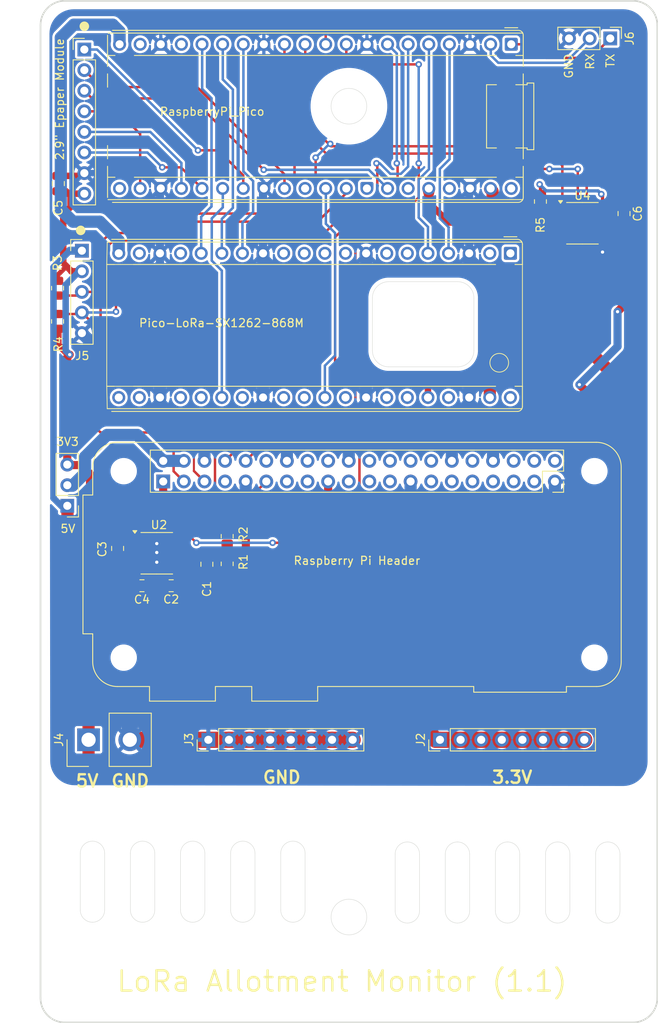
<source format=kicad_pcb>
(kicad_pcb (version 20241229) (generator "pcbnew") (generator_version "9.0")
  (layers (0 "F.Cu" signal) (2 "B.Cu" signal) (13 "F.Paste" user) (15 "B.Paste" user) (5 "F.SilkS" user "F.Silkscreen") (7 "B.SilkS" user "B.Silkscreen") (1 "F.Mask" user) (3 "B.Mask" user) (25 "Edge.Cuts" user))
  (net 0 "")
  (net 2 "Net-(A1-GPIO2)")
  (net 3 "Net-(A1-GPIO26_ADC0)")
  (net 4 "GND")
  (net 5 "/UART0_RXD")
  (net 7 "Net-(A1-GPIO15)")
  (net 10 "GPIO17")
  (net 11 "Net-(A1-GPIO12)")
  (net 12 "/PWR_EN")
  (net 13 "Net-(A1-GPIO18)")
  (net 15 "Net-(A1-GPIO3)")
  (net 16 "Net-(A1-GPIO22)")
  (net 17 "Net-(A1-GPIO10)")
  (net 18 "/TEMP_ALERT")
  (net 19 "Net-(A1-GPIO19)")
  (net 20 "/UART1_TXD")
  (net 21 "/UART0_TXD")
  (net 22 "/I2C_SCL")
  (net 24 "Net-(A1-GPIO17)")
  (net 25 "/I2C_SDA")
  (net 26 "Net-(A1-GPIO11)")
  (net 27 "/UART1_RXD")
  (net 28 "5V")
  (net 30 "Net-(A1-GPIO28_ADC2)")
  (net 31 "LORA3V3")
  (net 33 "Net-(A1-GPIO21)")
  (net 34 "Net-(A1-GPIO20)")
  (net 35 "3V3")
  (net 36 "Net-(U2-ADJ)")
  (net 37 "Net-(U2-BYPASS)")
  (net 45 "Net-(JP1-C)")
  (footprint "Connector_PinHeader_2.54mm:PinHeader_1x03_P2.54mm_Vertical" (layer "F.Cu") (at 150.5 40.5 -90)
    (property "Reference" "J6")
    (property "Value" "UART")
  )
  (footprint "Capacitor_SMD:C_0805_2012Metric" (layer "F.Cu") (at 100.8 105.35 90)
    (property "Reference" "C1")
    (property "Value" "1µF")
  )
  (footprint "Resistor_SMD:R_0805_2012Metric" (layer "F.Cu") (at 141.9 60.6125 -90)
    (property "Reference" "R5")
    (property "Value" "10K")
  )
  (footprint "Module:RaspberryPi_Pico_Common_THT" (layer "F.Cu") (at 138.3 41.22 -90)
    (property "Reference" "A1" (hide yes))
    (property "Value" "RaspberryPi_Pico")
  )
  (footprint "Connector_Samtec_HPM_THT:Samtec_HPM-02-01-x-S_Straight_1x02_Pitch5.08mm" (layer "F.Cu") (at 86.22 127 90)
    (property "Reference" "J4")
    (property "Value" "POWER_IN")
  )
  (footprint "Resistor_SMD:R_0805_2012Metric" (layer "F.Cu") (at 82.4 71.3 -90)
    (property "Reference" "R3")
    (property "Value" "10K")
  )
  (footprint "Capacitor_SMD:C_0805_2012Metric" (layer "F.Cu") (at 92.8 108)
    (property "Reference" "C4")
    (property "Value" "10µF")
  )
  (footprint "Module:Raspberry_Pi_Zero_Socketed_THT" (layer "F.Cu") (at 143.42 95.14 -90)
    (property "Reference" "J1" (hide yes))
    (property "Value" "Raspberry Pi Header")
  )
  (footprint "Connector_PinHeader_2.54mm:PinHeader_1x03_P2.54mm_Vertical" (layer "F.Cu") (at 83.6 98.14 180)
    (property "Reference" "JP1" (hide yes))
    (property "Value" "SolderJumper_3_Open")
  )
  (footprint "Package_SO:SOIC-8_3.9x4.9mm_P1.27mm" (layer "F.Cu") (at 147.075 63.295)
    (property "Reference" "U4")
    (property "Value" "MCP9803")
  )
  (footprint "Connector_PinHeader_2.54mm:PinHeader_1x08_P2.54mm_Vertical" (layer "F.Cu") (at 129.52 127 90)
    (property "Reference" "J2")
    (property "Value" "Screw_Terminal_3V3")
  )
  (footprint "Connector_PinHeader_2.54mm:PinHeader_1x08_P2.54mm_Vertical" (layer "F.Cu") (at 100.98 127 90)
    (property "Reference" "J3")
    (property "Value" "Screw_Terminal_GND")
  )
  (footprint "Capacitor_SMD:C_0805_2012Metric" (layer "F.Cu") (at 96.4 108 180)
    (property "Reference" "C2")
    (property "Value" "10µF")
  )
  (footprint "Connector_PinHeader_2.54mm:PinHeader_1x08_P2.54mm_Vertical" (layer "F.Cu") (at 85.7 41.87)
    (property "Reference" "U3" (hide yes))
    (property "Value" "2.9\" Epaper Module")
  )
  (footprint "Package_SO:SOIC-8-1EP_3.9x4.9mm_P1.27mm_EP2.41x3.81mm" (layer "F.Cu") (at 94.625 103.995)
    (property "Reference" "U2")
    (property "Value" "LP3878-ADJ")
  )
  (footprint "RF_Module:Pico-LoRa-SX1262-868M" (layer "F.Cu") (at 138.2 67 -90)
    (property "Reference" "U1" (hide yes))
    (property "Value" "Pico-LoRa-SX1262-868M")
    (fp_line (start 12 17) (end 5.5 17) (stroke (width 0.05)) (layer "Edge.Cuts"))
    (fp_line (start 3.5 15) (end 3.5 6.5) (stroke (width 0.05)) (layer "Edge.Cuts"))
    (fp_line (start 14 6.5) (end 14 15) (stroke (width 0.05)) (layer "Edge.Cuts"))
    (fp_line (start 5.5 4.5) (end 12 4.5) (stroke (width 0.05)) (layer "Edge.Cuts"))
    (fp_arc (start 5.5 17) (mid 4.085786 16.414214) (end 3.5 15) (stroke (width 0.05)) (layer "Edge.Cuts"))
    (fp_arc (start 14 15) (mid 13.414214 16.414214) (end 12 17) (stroke (width 0.05)) (layer "Edge.Cuts"))
    (fp_arc (start 3.5 6.5) (mid 4.085786 5.085786) (end 5.5 4.5) (stroke (width 0.05)) (layer "Edge.Cuts"))
    (fp_arc (start 12 4.5) (mid 13.414214 5.085786) (end 14 6.5) (stroke (width 0.05)) (layer "Edge.Cuts"))
  )
  (footprint "Resistor_SMD:R_0805_2012Metric" (layer "F.Cu") (at 82.4 75.4 90)
    (property "Reference" "R4")
    (property "Value" "10K")
  )
  (footprint "Capacitor_SMD:C_0805_2012Metric" (layer "F.Cu") (at 89.8 103.4 -90)
    (property "Reference" "C3")
    (property "Value" "10nF")
  )
  (footprint "Resistor_SMD:R_0805_2012Metric" (layer "F.Cu") (at 103.3 101.9 90)
    (property "Reference" "R2")
    (property "Value" "1K")
  )
  (footprint "Capacitor_SMD:C_0805_2012Metric" (layer "F.Cu") (at 152.2 62.1 -90)
    (property "Reference" "C6")
    (property "Value" "10nF")
  )
  (footprint "Resistor_SMD:R_0805_2012Metric" (layer "F.Cu") (at 103.3 105.3 90)
    (property "Reference" "R1")
    (property "Value" "2K3")
  )
  (footprint "Connector_PinHeader_2.54mm:PinHeader_1x05_P2.54mm_Vertical" (layer "F.Cu") (at 85.4 66.68)
    (property "Reference" "J5")
    (property "Value" "I2C Bus")
  )
  (footprint "Capacitor_SMD:C_0805_2012Metric" (layer "F.Cu") (at 82.5 58.4 90)
    (property "Reference" "C5")
    (property "Value" "100nF")
  )
  (gr_circle (center 136.825 80.5) (end 137.775 81.15) (stroke (width 0.1)) (fill no) (layer "F.SilkS"))
  (gr_circle (center 85.7 39) (end 86.2 39.2) (stroke (width 0.1)) (fill yes) (layer "F.SilkS"))
  (gr_circle (center 85.25 64.175) (end 85.75 64.375) (stroke (width 0.1)) (fill yes) (layer "F.SilkS"))
  (gr_arc (start 156.3 158.86) (mid 155.42132 160.98132) (end 153.3 161.86) (stroke (width 0.2)) (layer "Edge.Cuts"))
  (gr_arc (start 144.025 139.6) (mid 145.08566 140.03934) (end 145.525 141.1) (stroke (width 0.05)) (layer "Edge.Cuts"))
  (gr_arc (start 144.025 149.6) (mid 142.96434 149.16066) (end 142.525 148.1) (stroke (width 0.05)) (layer "Edge.Cuts"))
  (gr_line (start 127 141.1) (end 127 148.1) (stroke (width 0.05)) (layer "Edge.Cuts"))
  (gr_arc (start 97.55 141) (mid 97.98934 139.93934) (end 99.05 139.5) (stroke (width 0.05)) (layer "Edge.Cuts"))
  (gr_line (start 109.9 148) (end 109.9 141) (stroke (width 0.05)) (layer "Edge.Cuts"))
  (gr_arc (start 91.375 141) (mid 91.81434 139.93934) (end 92.875 139.5) (stroke (width 0.05)) (layer "Edge.Cuts"))
  (gr_arc (start 151.7 148.1) (mid 151.26066 149.16066) (end 150.2 149.6) (stroke (width 0.05)) (layer "Edge.Cuts"))
  (gr_line (start 106.725 141) (end 106.725 148) (stroke (width 0.05)) (layer "Edge.Cuts"))
  (gr_arc (start 127 148.1) (mid 126.56066 149.16066) (end 125.5 149.6) (stroke (width 0.05)) (layer "Edge.Cuts"))
  (gr_arc (start 112.9 148) (mid 112.46066 149.06066) (end 111.4 149.5) (stroke (width 0.05)) (layer "Edge.Cuts"))
  (gr_arc (start 92.875 139.5) (mid 93.93566 139.93934) (end 94.375 141) (stroke (width 0.05)) (layer "Edge.Cuts"))
  (gr_line (start 97.55 148) (end 97.55 141) (stroke (width 0.05)) (layer "Edge.Cuts"))
  (gr_arc (start 125.5 149.6) (mid 124.43934 149.16066) (end 124 148.1) (stroke (width 0.05)) (layer "Edge.Cuts"))
  (gr_arc (start 111.4 139.5) (mid 112.46066 139.93934) (end 112.9 141) (stroke (width 0.05)) (layer "Edge.Cuts"))
  (gr_arc (start 111.4 149.5) (mid 110.33934 149.06066) (end 109.9 148) (stroke (width 0.05)) (layer "Edge.Cuts"))
  (gr_arc (start 103.725 141) (mid 104.16434 139.93934) (end 105.225 139.5) (stroke (width 0.05)) (layer "Edge.Cuts"))
  (gr_arc (start 105.225 149.5) (mid 104.16434 149.06066) (end 103.725 148) (stroke (width 0.05)) (layer "Edge.Cuts"))
  (gr_line (start 85.2 148) (end 85.2 141) (stroke (width 0.05)) (layer "Edge.Cuts"))
  (gr_line (start 91.375 148) (end 91.375 141) (stroke (width 0.05)) (layer "Edge.Cuts"))
  (gr_arc (start 137.85 149.6) (mid 136.78934 149.16066) (end 136.35 148.1) (stroke (width 0.05)) (layer "Edge.Cuts"))
  (gr_arc (start 153.3 35.86) (mid 155.42132 36.73868) (end 156.3 38.86) (stroke (width 0.2)) (layer "Edge.Cuts"))
  (gr_line (start 80.3 158.86) (end 80.3 38.86) (stroke (width 0.2)) (layer "Edge.Cuts"))
  (gr_arc (start 109.9 141) (mid 110.33934 139.93934) (end 111.4 139.5) (stroke (width 0.05)) (layer "Edge.Cuts"))
  (gr_arc (start 86.7 139.5) (mid 87.76066 139.93934) (end 88.2 141) (stroke (width 0.05)) (layer "Edge.Cuts"))
  (gr_arc (start 100.55 148) (mid 100.11066 149.06066) (end 99.05 149.5) (stroke (width 0.05)) (layer "Edge.Cuts"))
  (gr_arc (start 145.525 148.1) (mid 145.08566 149.16066) (end 144.025 149.6) (stroke (width 0.05)) (layer "Edge.Cuts"))
  (gr_arc (start 131.675 149.6) (mid 130.61434 149.16066) (end 130.175 148.1) (stroke (width 0.05)) (layer "Edge.Cuts"))
  (gr_line (start 136.35 148.1) (end 136.35 141.1) (stroke (width 0.05)) (layer "Edge.Cuts"))
  (gr_arc (start 150.2 149.6) (mid 149.13934 149.16066) (end 148.7 148.1) (stroke (width 0.05)) (layer "Edge.Cuts"))
  (gr_line (start 142.525 148.1) (end 142.525 141.1) (stroke (width 0.05)) (layer "Edge.Cuts"))
  (gr_arc (start 83.3 161.86) (mid 81.17868 160.98132) (end 80.3 158.86) (stroke (width 0.2)) (layer "Edge.Cuts"))
  (gr_arc (start 94.375 148) (mid 93.93566 149.06066) (end 92.875 149.5) (stroke (width 0.05)) (layer "Edge.Cuts"))
  (gr_arc (start 130.175 141.1) (mid 130.61434 140.03934) (end 131.675 139.6) (stroke (width 0.05)) (layer "Edge.Cuts"))
  (gr_line (start 103.725 148) (end 103.725 141) (stroke (width 0.05)) (layer "Edge.Cuts"))
  (gr_line (start 133.175 141.1) (end 133.175 148.1) (stroke (width 0.05)) (layer "Edge.Cuts"))
  (gr_arc (start 105.225 139.5) (mid 106.28566 139.93934) (end 106.725 141) (stroke (width 0.05)) (layer "Edge.Cuts"))
  (gr_arc (start 133.175 148.1) (mid 132.73566 149.16066) (end 131.675 149.6) (stroke (width 0.05)) (layer "Edge.Cuts"))
  (gr_line (start 83.3 35.86) (end 153.3 35.86) (stroke (width 0.2)) (layer "Edge.Cuts"))
  (gr_line (start 100.55 141) (end 100.55 148) (stroke (width 0.05)) (layer "Edge.Cuts"))
  (gr_arc (start 125.5 139.6) (mid 126.56066 140.03934) (end 127 141.1) (stroke (width 0.05)) (layer "Edge.Cuts"))
  (gr_arc (start 124 141.1) (mid 124.43934 140.03934) (end 125.5 139.6) (stroke (width 0.05)) (layer "Edge.Cuts"))
  (gr_arc (start 88.2 148) (mid 87.76066 149.06066) (end 86.7 149.5) (stroke (width 0.05)) (layer "Edge.Cuts"))
  (gr_arc (start 136.35 141.1) (mid 136.78934 140.03934) (end 137.85 139.6) (stroke (width 0.05)) (layer "Edge.Cuts"))
  (gr_circle (center 118.3 148.86) (end 120.5 148.86) (stroke (width 0.05)) (fill no) (layer "Edge.Cuts"))
  (gr_arc (start 139.35 148.1) (mid 138.91066 149.16066) (end 137.85 149.6) (stroke (width 0.05)) (layer "Edge.Cuts"))
  (gr_arc (start 137.85 139.6) (mid 138.91066 140.03934) (end 139.35 141.1) (stroke (width 0.05)) (layer "Edge.Cuts"))
  (gr_line (start 124 148.1) (end 124 141.1) (stroke (width 0.05)) (layer "Edge.Cuts"))
  (gr_line (start 130.175 148.1) (end 130.175 141.1) (stroke (width 0.05)) (layer "Edge.Cuts"))
  (gr_line (start 153.3 161.86) (end 83.3 161.86) (stroke (width 0.2)) (layer "Edge.Cuts"))
  (gr_line (start 145.525 141.1) (end 145.525 148.1) (stroke (width 0.05)) (layer "Edge.Cuts"))
  (gr_line (start 151.7 141.1) (end 151.7 148.1) (stroke (width 0.05)) (layer "Edge.Cuts"))
  (gr_arc (start 142.525 141.1) (mid 142.96434 140.03934) (end 144.025 139.6) (stroke (width 0.05)) (layer "Edge.Cuts"))
  (gr_line (start 88.2 141) (end 88.2 148) (stroke (width 0.05)) (layer "Edge.Cuts"))
  (gr_arc (start 106.725 148) (mid 106.28566 149.06066) (end 105.225 149.5) (stroke (width 0.05)) (layer "Edge.Cuts"))
  (gr_arc (start 86.7 149.5) (mid 85.63934 149.06066) (end 85.2 148) (stroke (width 0.05)) (layer "Edge.Cuts"))
  (gr_arc (start 99.05 149.5) (mid 97.98934 149.06066) (end 97.55 148) (stroke (width 0.05)) (layer "Edge.Cuts"))
  (gr_line (start 139.35 141.1) (end 139.35 148.1) (stroke (width 0.05)) (layer "Edge.Cuts"))
  (gr_line (start 112.9 141) (end 112.9 148) (stroke (width 0.05)) (layer "Edge.Cuts"))
  (gr_arc (start 92.875 149.5) (mid 91.81434 149.06066) (end 91.375 148) (stroke (width 0.05)) (layer "Edge.Cuts"))
  (gr_arc (start 150.2 139.6) (mid 151.26066 140.03934) (end 151.7 141.1) (stroke (width 0.05)) (layer "Edge.Cuts"))
  (gr_line (start 156.3 38.86) (end 156.3 158.86) (stroke (width 0.2)) (layer "Edge.Cuts"))
  (gr_arc (start 99.05 139.5) (mid 100.11066 139.93934) (end 100.55 141) (stroke (width 0.05)) (layer "Edge.Cuts"))
  (gr_arc (start 85.2 141) (mid 85.63934 139.93934) (end 86.7 139.5) (stroke (width 0.05)) (layer "Edge.Cuts"))
  (gr_arc (start 131.675 139.6) (mid 132.73566 140.03934) (end 133.175 141.1) (stroke (width 0.05)) (layer "Edge.Cuts"))
  (gr_arc (start 148.7 141.1) (mid 149.13934 140.03934) (end 150.2 139.6) (stroke (width 0.05)) (layer "Edge.Cuts"))
  (gr_line (start 148.7 148.1) (end 148.7 141.1) (stroke (width 0.05)) (layer "Edge.Cuts"))
  (gr_circle (center 118.3 48.86) (end 120.5 48.86) (stroke (width 0.05)) (fill no) (layer "Edge.Cuts"))
  (gr_arc (start 80.3 38.86) (mid 81.17868 36.73868) (end 83.3 35.86) (stroke (width 0.2)) (layer "Edge.Cuts"))
  (gr_line (start 94.375 141) (end 94.375 148) (stroke (width 0.05)) (layer "Edge.Cuts"))
  (gr_text "TX" (at 151.1 44.2 90) (layer "F.SilkS") (effects (font (size 1 1)) (justify left bottom)))
  (gr_text "GND" (at 107.55 132.5 0) (layer "F.SilkS") (effects (font (size 1.5 1.5) (thickness 0.3) (bold yes)) (justify left bottom)))
  (gr_text "5V" (at 84.5 132.95 0) (layer "F.SilkS") (effects (font (size 1.5 1.5) (thickness 0.3) (bold yes)) (justify left bottom)))
  (gr_text "3.3V" (at 135.8 132.5 0) (layer "F.SilkS") (effects (font (size 1.5 1.5) (thickness 0.3) (bold yes)) (justify left bottom)))
  (gr_text "LoRa Allotment Monitor (1.1)" (at 117.45 158.25 0) (layer "F.SilkS") (effects (font (size 2.5 2.5) (thickness 0.3)) (justify bottom)))
  (gr_text "5V" (at 82.675 101.55 0) (layer "F.SilkS") (effects (font (size 1 1)) (justify left bottom)))
  (gr_text "RX" (at 148.6 44.425 90) (layer "F.SilkS") (effects (font (size 1 1)) (justify left bottom)))
  (gr_text "GND" (at 145.975 45.525 90) (layer "F.SilkS") (effects (font (size 1 1)) (justify left bottom)))
  (gr_text "3V3" (at 82.15 90.825 0) (layer "F.SilkS") (effects (font (size 1 1)) (justify left bottom)))
  (gr_text "GND" (at 88.875 132.95 0) (layer "F.SilkS") (effects (font (size 1.5 1.5) (thickness 0.3) (bold yes)) (justify left bottom)))
  (segment (start 130.7 41.22) (end 130.7 55.4) (width 0.3) (layer "B.Cu") (net 2))
  (segment (start 130.7 55.4) (end 129.5 56.6) (width 0.3) (layer "B.Cu") (net 2))
  (segment (start 129.5 56.6) (end 129.5 62.7) (width 0.3) (layer "B.Cu") (net 2))
  (segment (start 130.58 63.82) (end 130.58 67) (width 0.3) (layer "B.Cu") (net 2))
  (segment (start 129.5 62.7) (end 130.6 63.8) (width 0.3) (layer "B.Cu") (net 2))
  (segment (start 130.6 63.8) (end 130.58 63.82) (width 0.3) (layer "B.Cu") (net 2))
  (segment (start 115.46 59) (end 115.46 63.36) (width 0.3) (layer "B.Cu") (net 3))
  (segment (start 116.6 64.5) (end 116.6 79.6) (width 0.3) (layer "B.Cu") (net 3))
  (segment (start 115.46 63.36) (end 116.6 64.5) (width 0.3) (layer "B.Cu") (net 3))
  (segment (start 115.34 80.86) (end 115.34 84.78) (width 0.3) (layer "B.Cu") (net 3))
  (segment (start 116.6 79.6) (end 115.34 80.86) (width 0.3) (layer "B.Cu") (net 3))
  (segment (start 94.6 107.8) (end 94.6 112.5) (width 1) (layer "F.Cu") (net 4))
  (segment (start 116.22 127) (end 113.68 127) (width 2) (layer "F.Cu") (net 4))
  (segment (start 99.6 100.3) (end 94.8 100.3) (width 1) (layer "F.Cu") (net 4))
  (segment (start 94.4 108) (end 94.625 107.775) (width 1) (layer "F.Cu") (net 4))
  (segment (start 149.55 65.2) (end 149.55 66.85) (width 0.3) (layer "F.Cu") (net 4))
  (segment (start 151.5 64.8) (end 151.5 63.8) (width 0.4) (layer "F.Cu") (net 4))
  (segment (start 93.99 104.63) (end 94.625 103.995) (width 1) (layer "F.Cu") (net 4))
  (segment (start 93.75 108) (end 94.4 108) (width 1) (layer "F.Cu") (net 4))
  (segment (start 94.8 100.3) (end 94.625 100.475) (width 1) (layer "F.Cu") (net 4))
  (segment (start 82.5 57.45) (end 85.36 57.45) (width 0.8) (layer "F.Cu") (net 4))
  (segment (start 100.98 127) (end 96.1 127) (width 2) (layer "F.Cu") (net 4))
  (segment (start 106.06 127) (end 103.52 127) (width 2) (layer "F.Cu") (net 4))
  (segment (start 96.2 114.1) (end 96.2 126.9) (width 1) (layer "F.Cu") (net 4))
  (segment (start 94.625 102.8) (end 94.625 103.9) (width 1) (layer "F.Cu") (net 4))
  (segment (start 94.625 107.775) (end 94.6 107.8) (width 1) (layer "F.Cu") (net 4))
  (segment (start 118.76 127) (end 116.22 127) (width 2) (layer "F.Cu") (net 4))
  (segment (start 149.55 65.2) (end 151.1 65.2) (width 0.4) (layer "F.Cu") (net 4))
  (segment (start 151.5 63.8) (end 151.475 63.775) (width 0.4) (layer "F.Cu") (net 4))
  (segment (start 85.36 57.45) (end 85.7 57.11) (width 0.8) (layer "F.Cu") (net 4))
  (segment (start 151.32 63.93) (end 151.475 63.775) (width 0.4) (layer "F.Cu") (net 4))
  (segment (start 150.76 62.66) (end 149.55 62.66) (width 0.4) (layer "F.Cu") (net 4))
  (segment (start 151.15 63.05) (end 150.76 62.66) (width 0.4) (layer "F.Cu") (net 4))
  (segment (start 152.2 63.05) (end 151.15 63.05) (width 0.4) (layer "F.Cu") (net 4))
  (segment (start 100.2875 100.9875) (end 99.6 100.3) (width 1) (layer "F.Cu") (net 4))
  (segment (start 149.55 63.93) (end 151.32 63.93) (width 0.4) (layer "F.Cu") (net 4))
  (segment (start 94.625 105.1) (end 94.625 103.995) (width 1) (layer "F.Cu") (net 4))
  (segment (start 94.4 108) (end 95.45 108) (width 1) (layer "F.Cu") (net 4))
  (segment (start 151.1 65.2) (end 151.5 64.8) (width 0.4) (layer "F.Cu") (net 4))
  (segment (start 92.15 104.63) (end 90.08 104.63) (width 0.6) (layer "F.Cu") (net 4))
  (segment (start 94.625 103.9) (end 94.625 103.995) (width 1) (layer "F.Cu") (net 4))
  (segment (start 90.08 104.63) (end 89.8 104.35) (width 0.6) (layer "F.Cu") (net 4))
  (segment (start 149.55 66.85) (end 149.5 66.9) (width 0.3) (layer "F.Cu") (net 4))
  (segment (start 96.2 126.9) (end 96.1 127) (width 1) (layer "F.Cu") (net 4))
  (segment (start 108.6 127) (end 106.06 127) (width 2) (layer "F.Cu") (net 4))
  (segment (start 94.625 107.775) (end 94.625 105.1) (width 1) (layer "F.Cu") (net 4))
  (segment (start 103.52 127) (end 100.98 127) (width 2) (layer "F.Cu") (net 4))
  (segment (start 96.1 127) (end 91.3 127) (width 2) (layer "F.Cu") (net 4))
  (segment (start 151.475 63.775) (end 152.2 63.05) (width 0.4) (layer "F.Cu") (net 4))
  (segment (start 103.3 100.9875) (end 100.2875 100.9875) (width 1) (layer "F.Cu") (net 4))
  (segment (start 113.68 127) (end 111.14 127) (width 2) (layer "F.Cu") (net 4))
  (segment (start 111.14 127) (end 108.6 127) (width 2) (layer "F.Cu") (net 4))
  (segment (start 149.55 66.85) (end 149.45 66.85) (width 0.3) (layer "F.Cu") (net 4))
  (segment (start 144.6 65.2) (end 149.55 65.2) (width 0.3) (layer "F.Cu") (net 4))
  (segment (start 94.6 112.5) (end 96.2 114.1) (width 1) (layer "F.Cu") (net 4))
  (segment (start 94.625 100.475) (end 94.625 102.8) (width 1) (layer "F.Cu") (net 4))
  (segment (start 92.15 104.63) (end 93.99 104.63) (width 0.6) (layer "F.Cu") (net 4))
  (via (at 94.625 102.8) (size 0.8) (drill 0.4) (layers "F.Cu" "B.Cu") (net 4))
  (via (at 94.625 103.9) (size 0.8) (drill 0.4) (layers "F.Cu" "B.Cu") (net 4))
  (via (at 94.625 105.1) (size 0.8) (drill 0.4) (layers "F.Cu" "B.Cu") (net 4))
  (via (at 149.55 66.85) (size 0.8) (drill 0.4) (layers "F.Cu" "B.Cu") (net 4))
  (segment (start 95.02 84.78) (end 95.02 82.32) (width 1.5) (layer "B.Cu") (net 4))
  (segment (start 92.5 79.8) (end 91.6 79.8) (width 1.5) (layer "B.Cu") (net 4))
  (segment (start 150.9 98.4) (end 153.4 95.9) (width 1.5) (layer "B.Cu") (net 4))
  (segment (start 136.3 89.7) (end 135.5 89.7) (width 1.5) (layer "B.Cu") (net 4))
  (segment (start 107.82 41.22) (end 107.82 39.38) (width 0.4) (layer "B.Cu") (net 4))
  (segment (start 105.58 96.88) (end 107.1 98.4) (width 1.5) (layer "B.Cu") (net 4))
  (segment (start 120.4 82.7) (end 119 81.3) (width 1.5) (layer "B.Cu") (net 4))
  (segment (start 143.7 98.4) (end 150.9 98.4) (width 1.5) (layer "B.Cu") (net 4))
  (segment (start 106.5 44.8) (end 106.5 56.875) (width 0.4) (layer "B.Cu") (net 4))
  (segment (start 133.12 89.02) (end 133.2 89.1) (width 1.5) (layer "B.Cu") (net 4))
  (segment (start 119 81.3) (end 119 69.9) (width 1.5) (layer "B.Cu") (net 4))
  (segment (start 139.5 75) (end 135.3 75) (width 0.3) (layer "B.Cu") (net 4))
  (segment (start 99.1 89.7) (end 109.8 89.7) (width 1.5) (layer "B.Cu") (net 4))
  (segment (start 110.7 71) (end 107.72 68.02) (width 1.5) (layer "B.Cu") (net 4))
  (segment (start 118.28 92.6) (end 118.28 89.7) (width 1.5) (layer "B.Cu") (net 4))
  (segment (start 107.72 68.02) (end 107.72 67) (width 1.5) (layer "B.Cu") (net 4))
  (segment (start 149.55 66.85) (end 147.65 66.85) (width 0.3) (layer "B.Cu") (net 4))
  (segment (start 135.3 70.2) (end 133.1 68) (width 1.5) (layer "B.Cu") (net 4))
  (segment (start 95.02 59.12) (end 95.14 59) (width 1) (layer "B.Cu") (net 4))
  (segment (start 153.4 95.9) (end 153.4 92.2) (width 1.5) (layer "B.Cu") (net 4))
  (segment (start 135.3 75) (end 135.3 70.2) (width 1.5) (layer "B.Cu") (net 4))
  (segment (start 133.12 84.78) (end 133.12 89.02) (width 1.5) (layer "B.Cu") (net 4))
  (segment (start 125.8 98.4) (end 143.7 98.4) (width 1.5) (layer "B.Cu") (net 4))
  (segment (start 133.12 59.12) (end 133.24 59) (width 1) (layer "B.Cu") (net 4))
  (segment (start 107.72 84.78) (end 107.72 82.98) (width 1.5) (layer "B.Cu") (net 4))
  (segment (start 136.06 89.94) (end 136.3 89.7) (width 1.5) (layer "B.Cu") (net 4))
  (segment (start 107.82 43.48) (end 106.5 44.8) (width 0.4) (layer "B.Cu") (net 4))
  (segment (start 90.5 98.4) (end 109 98.4) (width 2) (layer "B.Cu") (net 4))
  (segment (start 85.5 103.4) (end 90.5 98.4) (width 2) (layer "B.Cu") (net 4))
  (segment (start 95.02 61.85) (end 95.02 59.12) (width 1) (layer "B.Cu") (net 4))
  (segment (start 135.5 89.7) (end 132.6 89.7) (width 1.5) (layer "B.Cu") (net 4))
  (segment (start 100.5 92.6) (end 100.5 91.1) (width 1.5) (layer "B.Cu") (net 4))
  (segment (start 107.1 98.4) (end 109 98.4) (width 1.5) (layer "B.Cu") (net 4))
  (segment (start 109.8 89.7) (end 107.72 89.7) (width 1.5) (layer "B.Cu") (net 4))
  (segment (start 121 89.7) (end 120.4 89.1) (width 1.5) (layer "B.Cu") (net 4))
  (segment (start 150.9 89.7) (end 136.3 89.7) (width 1.5) (layer "B.Cu") (net 4))
  (segment (start 136.06 92.6) (end 136.06 89.94) (width 1.5) (layer "B.Cu") (net 4))
  (segment (start 95.12 41.22) (end 95.12 39.78) (width 0.4) (layer "B.Cu") (net 4))
  (segment (start 109.8 89.7) (end 110 89.9) (width 1.5) (layer "B.Cu") (net 4))
  (segment (start 85.7 57.11) (end 87.31 57.11) (width 0.8) (layer "B.Cu") (net 4))
  (segment (start 91.6 79.8) (end 88.36 79.8) (width 1.5) (layer "B.Cu") (net 4))
  (segment (start 120.52 41.22) (end 120.52 39.32) (width 0.4) (layer "B.Cu") (net 4))
  (segment (start 120.42 68.48) (end 120.42 67) (width 1.5) (layer "B.Cu") (net 4))
  (segment (start 110.2 89.7) (end 110 89.9) (width 1.5) (layer "B.Cu") (net 4))
  (segment (start 95.02 67) (end 95.02 61.85) (width 1) (layer "B.Cu") (net 4))
  (segment (start 144.22 39.3) (end 145.42 40.5) (width 0.4) (layer "B.Cu") (net 4))
  (segment (start 143.68 98.38) (end 143.7 98.4) (width 1.5) (layer "B.Cu") (net 4))
  (segment (start 130.98 89.7) (end 121 89.7) (width 1.5) (layer "B.Cu") (net 4))
  (segment (start 120.42 84.78) (end 120.42 89.08) (width 1.5) (layer "B.Cu") (net 4))
  (segment (start 118.28 89.7) (end 117.7 89.7) (width 1.5) (layer "B.Cu") (net 4))
  (segment (start 109 98.4) (end 125.8 98.4) (width 1.5) (layer "B.Cu") (net 4))
  (segment (start 106.5 56.875) (end 107.82 58.195) (width 0.4) (layer "B.Cu") (net 4))
  (segment (start 91.3 125.1) (end 85.5 119.3) (width 2) (layer "B.Cu") (net 4))
  (segment (start 89.775 61.85) (end 95.02 61.85) (width 0.8) (layer "B.Cu") (net 4))
  (segment (start 133.2 39.3) (end 144.22 39.3) (width 0.4) (layer "B.Cu") (net 4))
  (segment (start 133.2 89.1) (end 132.6 89.7) (width 1.5) (layer "B.Cu") (net 4))
  (segment (start 117.7 89.7) (end 110.2 89.7) (width 1.5) (layer "B.Cu") (net 4))
  (segment (start 133.12 83.68) (end 135.3 81.5) (width 1.5) (layer "B.Cu") (net 4))
  (segment (start 110.7 80) (end 110.7 71) (width 1.5) (layer "B.Cu") (net 4))
  (segment (start 87.9 59.975) (end 89.775 61.85) (width 0.8) (layer "B.Cu") (net 4))
  (segment (start 95.02 82.32) (end 92.5 79.8) (width 1.5) (layer "B.Cu") (net 4))
  (segment (start 120.42 89.08) (end 120.4 89.1) (width 1.5) (layer "B.Cu") (net 4))
  (segment (start 95.6 39.3) (end 107.9 39.3) (width 0.4) (layer "B.Cu") (net 4))
  (segment (start 99.1 89.7) (end 97.3 87.9) (width 1.5) (layer "B.Cu") (net 4))
  (segment (start 120.4 84.76) (end 120.4 82.7) (width 1.5) (layer "B.Cu") (net 4))
  (segment (start 91.3 127) (end 91.3 125.1) (width 2) (layer "B.Cu") (net 4))
  (segment (start 121 89.7) (end 117.7 89.7) (width 1.5) (layer "B.Cu") (net 4))
  (segment (start 125.9 98.3) (end 125.8 98.4) (width 1.5) (layer "B.Cu") (net 4))
  (segment (start 85.5 119.3) (end 85.5 103.4) (width 2) (layer "B.Cu") (net 4))
  (segment (start 110.66 92.6) (end 110.66 90.56) (width 1.5) (layer "B.Cu") (net 4))
  (segment (start 133.22 39.32) (end 133.2 39.3) (width 0.4) (layer "B.Cu") (net 4))
  (segment (start 87.31 57.11) (end 87.9 57.7) (width 0.8) (layer "B.Cu") (net 4))
  (segment (start 95.02 68.28) (end 91.6 71.7) (width 1) (layer "B.Cu") (net 4))
  (segment (start 143.68 95.14) (end 143.68 98.38) (width 1.5) (layer "B.Cu") (net 4))
  (segment (start 132.6 89.7) (end 130.98 89.7) (width 1.5) (layer "B.Cu") (net 4))
  (segment (start 107.9 39.3) (end 120.5 39.3) (width 0.4) (layer "B.Cu") (net 4))
  (segment (start 125.9 95.14) (end 125.9 98.3) (width 1.5) (layer "B.Cu") (net 4))
  (segment (start 133.12 67.98) (end 133.12 67) (width 1.5) (layer "B.Cu") (net 4))
  (segment (start 119 69.9) (end 120.42 68.48) (width 1.5) (layer "B.Cu") (net 4))
  (segment (start 95.12 39.78) (end 95.6 39.3) (width 0.4) (layer "B.Cu") (net 4))
  (segment (start 107.72 67) (end 107.72 59.12) (width 1) (layer "B.Cu") (net 4))
  (segment (start 97.3 87.9) (end 96.2 87.9) (width 1.5) (layer "B.Cu") (net 4))
  (segment (start 133.1 68) (end 133.12 67.98) (width 1.5) (layer "B.Cu") (net 4))
  (segment (start 87.9 57.7) (end 87.9 59.975) (width 0.8) (layer "B.Cu") (net 4))
  (segment (start 153.4 92.2) (end 150.9 89.7) (width 1.5) (layer "B.Cu") (net 4))
  (segment (start 120.42 84.78) (end 120.4 84.76) (width 1.5) (layer "B.Cu") (net 4))
  (segment (start 110.66 90.56) (end 110 89.9) (width 1.5) (layer "B.Cu") (net 4))
  (segment (start 96.2 87.9) (end 95.02 86.72) (width 1.5) (layer "B.Cu") (net 4))
  (segment (start 130.98 89.7) (end 130.98 92.6) (width 1.5) (layer "B.Cu") (net 4))
  (segment (start 107.82 39.38) (end 107.9 39.3) (width 0.4) (layer "B.Cu") (net 4))
  (segment (start 107.72 89.7) (end 107.72 84.78) (width 1.5) (layer "B.Cu") (net 4))
  (segment (start 107.82 41.22) (end 107.82 43.48) (width 0.4) (layer "B.Cu") (net 4))
  (segment (start 91.6 71.7) (end 91.6 79.8) (width 1) (layer "B.Cu") (net 4))
  (segment (start 120.5 39.3) (end 133.2 39.3) (width 0.4) (layer "B.Cu") (net 4))
  (segment (start 107.72 59.12) (end 107.84 59) (width 1) (layer "B.Cu") (net 4))
  (segment (start 133.22 41.22) (end 133.22 39.32) (width 0.4) (layer "B.Cu") (net 4))
  (segment (start 88.36 79.8) (end 85.4 76.84) (width 1.5) (layer "B.Cu") (net 4))
  (segment (start 95.02 86.72) (end 95.02 84.78) (width 1.5) (layer "B.Cu") (net 4))
  (segment (start 135.3 81.5) (end 135.3 75) (width 1.5) (layer "B.Cu") (net 4))
  (segment (start 100.5 91.1) (end 99.1 89.7) (width 1.5) (layer "B.Cu") (net 4))
  (segment (start 95.02 67) (end 95.02 68.28) (width 1) (layer "B.Cu") (net 4))
  (segment (start 120.52 39.32) (end 120.5 39.3) (width 0.4) (layer "B.Cu") (net 4))
  (segment (start 147.65 66.85) (end 139.5 75) (width 0.3) (layer "B.Cu") (net 4))
  (segment (start 107.82 58.195) (end 107.82 59) (width 0.4) (layer "B.Cu") (net 4))
  (segment (start 133.12 67) (end 133.12 59.12) (width 1) (layer "B.Cu") (net 4))
  (segment (start 105.58 95.14) (end 105.58 96.88) (width 1.5) (layer "B.Cu") (net 4))
  (segment (start 133.12 84.78) (end 133.12 83.68) (width 1.5) (layer "B.Cu") (net 4))
  (segment (start 107.72 82.98) (end 110.7 80) (width 1.5) (layer "B.Cu") (net 4))
  (segment (start 144.96 43.5) (end 136.7 43.5) (width 0.3) (layer "B.Cu") (net 5))
  (segment (start 147.96 40.5) (end 144.96 43.5) (width 0.3) (layer "B.Cu") (net 5))
  (segment (start 135.78 42.58) (end 135.78 41.22) (width 0.3) (layer "B.Cu") (net 5))
  (segment (start 136.7 43.5) (end 135.78 42.58) (width 0.3) (layer "B.Cu") (net 5))
  (segment (start 87.6 63.1) (end 84.3 63.1) (width 1.5) (layer "B.Cu") (net 7))
  (segment (start 84.3 63.1) (end 82.8 61.6) (width 1.5) (layer "B.Cu") (net 7))
  (segment (start 90.04 39.64) (end 90.04 41.22) (width 1.5) (layer "B.Cu") (net 7))
  (segment (start 84.4 38.8) (end 89.2 38.8) (width 1.5) (layer "B.Cu") (net 7))
  (segment (start 89.94 65.44) (end 87.6 63.1) (width 1.5) (layer "B.Cu") (net 7))
  (segment (start 82.8 61.6) (end 82.8 40.4) (width 1.5) (layer "B.Cu") (net 7))
  (segment (start 89.94 67) (end 89.94 65.44) (width 1.5) (layer "B.Cu") (net 7))
  (segment (start 82.8 40.4) (end 84.4 38.8) (width 1.5) (layer "B.Cu") (net 7))
  (segment (start 89.2 38.8) (end 90.04 39.64) (width 1.5) (layer "B.Cu") (net 7))
  (segment (start 111.5 86) (end 111.5 66.049) (width 0.3) (layer "F.Cu") (net 10))
  (segment (start 102.525 96.95) (end 101.8 96.225) (width 0.3) (layer "F.Cu") (net 10))
  (segment (start 108.12 95.14) (end 106.31 96.95) (width 0.3) (layer "F.Cu") (net 10))
  (segment (start 117.98 59.569) (end 117.98 59) (width 0.3) (layer "F.Cu") (net 10))
  (segment (start 101.8 96.225) (end 101.8 91.4) (width 0.3) (layer "F.Cu") (net 10))
  (segment (start 101.8 91.4) (end 105.875 87.325) (width 0.3) (layer "F.Cu") (net 10))
  (segment (start 111.5 66.049) (end 117.98 59.569) (width 0.3) (layer "F.Cu") (net 10))
  (segment (start 106.31 96.95) (end 102.525 96.95) (width 0.3) (layer "F.Cu") (net 10))
  (segment (start 105.875 87.325) (end 110.175 87.325) (width 0.3) (layer "F.Cu") (net 10))
  (segment (start 110.175 87.325) (end 111.5 86) (width 0.3) (layer "F.Cu") (net 10))
  (segment (start 100.1 62.5) (end 101.371 61.229) (width 0.3) (layer "B.Cu") (net 11))
  (segment (start 100.22 46.68) (end 100.22 41.22) (width 0.3) (layer "B.Cu") (net 11))
  (segment (start 101.371 47.871) (end 100.2 46.7) (width 0.3) (layer "B.Cu") (net 11))
  (segment (start 100.1 67) (end 100.1 62.5) (width 0.3) (layer "B.Cu") (net 11))
  (segment (start 101.371 61.229) (end 101.371 47.871) (width 0.3) (layer "B.Cu") (net 11))
  (segment (start 100.2 46.7) (end 100.22 46.68) (width 0.3) (layer "B.Cu") (net 11))
  (segment (start 123.6 63.4) (end 126.9 60.1) (width 0.3) (layer "F.Cu") (net 12))
  (segment (start 119.1 64.3) (end 120 63.4) (width 0.3) (layer "F.Cu") (net 12))
  (segment (start 119.6 86.5) (end 119.1 86) (width 0.3) (layer "F.Cu") (net 12))
  (segment (start 114.2 102.7) (end 119.6 97.3) (width 0.3) (layer "F.Cu") (net 12))
  (segment (start 120 63.4) (end 123.6 63.4) (width 0.3) (layer "F.Cu") (net 12))
  (segment (start 97.1 102.09) (end 98.89 102.09) (width 0.3) (layer "F.Cu") (net 12))
  (segment (start 98.89 102.09) (end 99.5 102.7) (width 0.3) (layer "F.Cu") (net 12))
  (segment (start 108.9 102.7) (end 114.2 102.7) (width 0.3) (layer "F.Cu") (net 12))
  (segment (start 126.9 43.7) (end 119.3 43.7) (width 0.3) (layer "F.Cu") (net 12))
  (segment (start 126.9 60.1) (end 126.9 55.9) (width 0.3) (layer "F.Cu") (net 12))
  (segment (start 119.6 97.3) (end 119.6 86.5) (width 0.3) (layer "F.Cu") (net 12))
  (segment (start 119.3 43.7) (end 117.98 42.38) (width 0.3) (layer "F.Cu") (net 12))
  (segment (start 119.1 86) (end 119.1 64.3) (width 0.3) (layer "F.Cu") (net 12))
  (segment (start 117.98 42.38) (end 117.98 41.22) (width 0.3) (layer "F.Cu") (net 12))
  (via (at 99.5 102.7) (size 0.8) (drill 0.4) (layers "F.Cu" "B.Cu") (net 12))
  (via (at 126.9 55.9) (size 0.8) (drill 0.4) (layers "F.Cu" "B.Cu") (net 12))
  (via (at 108.9 102.7) (size 0.8) (drill 0.4) (layers "F.Cu" "B.Cu") (net 12))
  (via (at 126.9 43.7) (size 0.8) (drill 0.4) (layers "F.Cu" "B.Cu") (net 12))
  (segment (start 99.5 102.7) (end 108.9 102.7) (width 0.3) (layer "B.Cu") (net 12))
  (segment (start 126.9 55.9) (end 126.9 43.7) (width 0.3) (layer "B.Cu") (net 12))
  (segment (start 93.83 52.03) (end 97.66 55.86) (width 0.3) (layer "B.Cu") (net 13))
  (segment (start 85.7 52.03) (end 93.83 52.03) (width 0.3) (layer "B.Cu") (net 13))
  (segment (start 97.66 55.86) (end 97.66 59) (width 0.3) (layer "B.Cu") (net 13))
  (segment (start 128.16 41.22) (end 128.16 56.64) (width 0.3) (layer "B.Cu") (net 15))
  (segment (start 126.9 57.9) (end 126.9 62.6) (width 0.3) (layer "B.Cu") (net 15))
  (segment (start 126.9 62.6) (end 128.04 63.74) (width 0.3) (layer "B.Cu") (net 15))
  (segment (start 128.04 63.74) (end 128.04 67) (width 0.3) (layer "B.Cu") (net 15))
  (segment (start 128.16 56.64) (end 126.9 57.9) (width 0.3) (layer "B.Cu") (net 15))
  (segment (start 110.4 57.3) (end 110.36 57.34) (width 0.3) (layer "F.Cu") (net 16))
  (segment (start 99.6 46.5) (end 110.4 57.3) (width 0.3) (layer "F.Cu") (net 16))
  (segment (start 110.36 57.34) (end 110.36 59) (width 0.3) (layer "F.Cu") (net 16))
  (segment (start 85.7 44.41) (end 87.79 46.5) (width 0.3) (layer "F.Cu") (net 16))
  (segment (start 87.79 46.5) (end 99.6 46.5) (width 0.3) (layer "F.Cu") (net 16))
  (segment (start 106.5 58.1) (end 105.3 56.9) (width 0.3) (layer "B.Cu") (net 17))
  (segment (start 106.5 61.9) (end 106.5 58.1) (width 0.3) (layer "B.Cu") (net 17))
  (segment (start 105.18 63.22) (end 106.5 61.9) (width 0.3) (layer "B.Cu") (net 17))
  (segment (start 105.3 56.9) (end 105.3 41.22) (width 0.3) (layer "B.Cu") (net 17))
  (segment (start 105.18 67) (end 105.18 63.22) (width 0.3) (layer "B.Cu") (net 17))
  (segment (start 115.44 39.76) (end 115.44 41.22) (width 0.3) (layer "F.Cu") (net 18))
  (segment (start 147.6 56.3) (end 153.3 50.6) (width 0.3) (layer "F.Cu") (net 18))
  (segment (start 143.63 63.93) (end 141.9 62.2) (width 0.4) (layer "F.Cu") (net 18))
  (segment (start 153.3 39.1) (end 151.9 37.7) (width 0.3) (layer "F.Cu") (net 18))
  (segment (start 144.6 63.93) (end 143.63 63.93) (width 0.4) (layer "F.Cu") (net 18))
  (segment (start 151.9 37.7) (end 117.5 37.7) (width 0.3) (layer "F.Cu") (net 18))
  (segment (start 146.07 63.93) (end 147.6 62.4) (width 0.3) (layer "F.Cu") (net 18))
  (segment (start 153.3 50.6) (end 153.3 39.1) (width 0.3) (layer "F.Cu") (net 18))
  (segment (start 144.6 63.93) (end 146.07 63.93) (width 0.3) (layer "F.Cu") (net 18))
  (segment (start 117.5 37.7) (end 115.44 39.76) (width 0.3) (layer "F.Cu") (net 18))
  (segment (start 141.9 62.2) (end 141.9 61.525) (width 0.4) (layer "F.Cu") (net 18))
  (segment (start 147.6 62.4) (end 147.6 56.3) (width 0.3) (layer "F.Cu") (net 18))
  (segment (start 97.6 56.4) (end 100.2 59) (width 0.3) (layer "F.Cu") (net 19))
  (segment (start 95.3 56.4) (end 97.6 56.4) (width 0.3) (layer "F.Cu") (net 19))
  (via (at 95.3 56.4) (size 0.8) (drill 0.4) (layers "F.Cu" "B.Cu") (net 19))
  (segment (start 94 55.1) (end 95.3 56.4) (width 0.3) (layer "B.Cu") (net 19))
  (segment (start 93.47 54.57) (end 94 55.1) (width 0.3) (layer "B.Cu") (net 19))
  (segment (start 95.3 56.5) (end 95.3 56.4) (width 0.3) (layer "B.Cu") (net 19))
  (segment (start 85.7 54.57) (end 93.47 54.57) (width 0.3) (layer "B.Cu") (net 19))
  (segment (start 114.1 86) (end 114.1 65.7) (width 0.3) (layer "F.Cu") (net 20))
  (segment (start 103.04 92.6) (end 107.215 88.425) (width 0.3) (layer "F.Cu") (net 20))
  (segment (start 114.1 65.7) (end 118.8 61) (width 0.3) (layer "F.Cu") (net 20))
  (segment (start 121.8 56) (end 121.7 55.9) (width 0.3) (layer "F.Cu") (net 20))
  (segment (start 107.215 88.425) (end 111.675 88.425) (width 0.3) (layer "F.Cu") (net 20))
  (segment (start 121.8 59.8) (end 121.8 56) (width 0.3) (layer "F.Cu") (net 20))
  (segment (start 118.8 61) (end 120.6 61) (width 0.3) (layer "F.Cu") (net 20))
  (segment (start 111.675 88.425) (end 114.1 86) (width 0.3) (layer "F.Cu") (net 20))
  (segment (start 120.6 61) (end 121.8 59.8) (width 0.3) (layer "F.Cu") (net 20))
  (via (at 121.7 55.9) (size 0.8) (drill 0.4) (layers "F.Cu" "B.Cu") (net 20))
  (segment (start 125.6 56.3) (end 125.6 41.22) (width 0.3) (layer "B.Cu") (net 20))
  (segment (start 123.4 57.2) (end 124.7 57.2) (width 0.3) (layer "B.Cu") (net 20))
  (segment (start 124.7 57.2) (end 125.6 56.3) (width 0.3) (layer "B.Cu") (net 20))
  (segment (start 121.7 55.9) (end 122.1 55.9) (width 0.3) (layer "B.Cu") (net 20))
  (segment (start 122.1 55.9) (end 123.4 57.2) (width 0.3) (layer "B.Cu") (net 20))
  (segment (start 138.32 41.22) (end 140.92 41.22) (width 0.3) (layer "F.Cu") (net 21))
  (segment (start 140.92 41.22) (end 142.6 42.9) (width 0.3) (layer "F.Cu") (net 21))
  (segment (start 148.1 42.9) (end 150.5 40.5) (width 0.3) (layer "F.Cu") (net 21))
  (segment (start 142.6 42.9) (end 148.1 42.9) (width 0.3) (layer "F.Cu") (net 21))
  (segment (start 88.9 64.5) (end 94.7 64.5) (width 0.3) (layer "F.Cu") (net 22))
  (segment (start 97.1 62.1) (end 109.5 62.1) (width 0.3) (layer "F.Cu") (net 22))
  (segment (start 95.6 87.9) (end 88.2 87.9) (width 0.3) (layer "F.Cu") (net 22))
  (segment (start 111.6 60) (end 111.6 54.6) (width 0.3) (layer "F.Cu") (net 22))
  (segment (start 111.6 50.8) (end 110.36 49.56) (width 0.3) (layer "F.Cu") (net 22))
  (segment (start 99.2 91.5) (end 95.6 87.9) (width 0.3) (layer "F.Cu") (net 22))
  (segment (start 146.5 56.6) (end 146.5 61.949377) (width 0.3) (layer "F.Cu") (net 22))
  (segment (start 87.7 80.2) (end 87.7 71.76) (width 0.3) (layer "F.Cu") (net 22))
  (segment (start 86.96 71.76) (end 87.7 71.76) (width 0.3) (layer "F.Cu") (net 22))
  (segment (start 82.4 72.2125) (end 84.9475 72.2125) (width 0.3) (layer "F.Cu") (net 22))
  (segment (start 146.5 61.949377) (end 145.789377 62.66) (width 0.3) (layer "F.Cu") (net 22))
  (segment (start 115.5 54.7) (end 111.6 50.8) (width 0.3) (layer "F.Cu") (net 22))
  (segment (start 100.5 95.14) (end 99.2 93.84) (width 0.3) (layer "F.Cu") (net 22))
  (segment (start 109.5 62.1) (end 111.6 60) (width 0.3) (layer "F.Cu") (net 22))
  (segment (start 86.7 81.2) (end 87.7 80.2) (width 0.3) (layer "F.Cu") (net 22))
  (segment (start 99.2 93.84) (end 99.2 91.5) (width 0.25) (layer "F.Cu") (net 22))
  (segment (start 143 56.6) (end 141.6 56.6) (width 0.3) (layer "F.Cu") (net 22))
  (segment (start 145.789377 62.66) (end 144.6 62.66) (width 0.3) (layer "F.Cu") (net 22))
  (segment (start 87.7 65.7) (end 88.9 64.5) (width 0.3) (layer "F.Cu") (net 22))
  (segment (start 84.9475 72.2125) (end 85.4 71.76) (width 0.3) (layer "F.Cu") (net 22))
  (segment (start 86.96 71.76) (end 86.151 71.76) (width 0.3) (layer "F.Cu") (net 22))
  (segment (start 139.7 54.7) (end 115.5 54.7) (width 0.3) (layer "F.Cu") (net 22))
  (segment (start 111.6 54.6) (end 113.5 52.7) (width 0.3) (layer "F.Cu") (net 22))
  (segment (start 94.7 64.5) (end 97.1 62.1) (width 0.3) (layer "F.Cu") (net 22))
  (segment (start 87.7 71.76) (end 87.7 65.7) (width 0.3) (layer "F.Cu") (net 22))
  (segment (start 110.36 49.56) (end 110.36 41.22) (width 0.3) (layer "F.Cu") (net 22))
  (segment (start 88.2 87.9) (end 86.7 86.4) (width 0.3) (layer "F.Cu") (net 22))
  (segment (start 86.7 86.4) (end 86.7 81.2) (width 0.3) (layer "F.Cu") (net 22))
  (segment (start 113.5 52.7) (end 111.6 50.8) (width 0.3) (layer "F.Cu") (net 22))
  (segment (start 141.6 56.6) (end 139.7 54.7) (width 0.3) (layer "F.Cu") (net 22))
  (via (at 146.5 56.6) (size 0.8) (drill 0.4) (layers "F.Cu" "B.Cu") (net 22))
  (via (at 143 56.6) (size 0.8) (drill 0.4) (layers "F.Cu" "B.Cu") (net 22))
  (segment (start 146.5 56.6) (end 143 56.6) (width 0.3) (layer "B.Cu") (net 22))
  (segment (start 89.81 49.49) (end 89.8 49.5) (width 0.3) (layer "F.Cu") (net 24))
  (segment (start 89.8 49.5) (end 92.58 52.28) (width 0.3) (layer "F.Cu") (net 24))
  (segment (start 92.58 52.28) (end 92.58 59) (width 0.3) (layer "F.Cu") (net 24))
  (segment (start 85.7 49.49) (end 89.81 49.49) (width 0.3) (layer "F.Cu") (net 24))
  (segment (start 88.6 66.1) (end 89.2 65.5) (width 0.3) (layer "F.Cu") (net 25))
  (segment (start 85.2125 74.4875) (end 85.4 74.3) (width 0.3) (layer "F.Cu") (net 25))
  (segment (start 88.6 69.1) (end 88.6 66.1) (width 0.3) (layer "F.Cu") (net 25))
  (segment (start 82.4 74.4875) (end 85.2125 74.4875) (width 0.3) (layer "F.Cu") (net 25))
  (segment (start 144.6 56.2) (end 142.2 53.8) (width 0.3) (layer "F.Cu") (net 25))
  (segment (start 85.6 80.6) (end 86.875 79.325) (width 0.3) (layer "F.Cu") (net 25))
  (segment (start 112.92 50.62) (end 112.92 41.22) (width 0.3) (layer "F.Cu") (net 25))
  (segment (start 94.5 89.1) (end 87.7 89.1) (width 0.3) (layer "F.Cu") (net 25))
  (segment (start 89.6 74.2) (end 89.6 70.1) (width 0.3) (layer "F.Cu") (net 25))
  (segment (start 89.6 70.1) (end 88.6 69.1) (width 0.3) (layer "F.Cu") (net 25))
  (segment (start 97.96 95.14) (end 96.7 93.88) (width 0.3) (layer "F.Cu") (net 25))
  (segment (start 85.6 87) (end 85.6 80.6) (width 0.3) (layer "F.Cu") (net 25))
  (segment (start 96.7 93.88) (end 96.7 91.3) (width 0.3) (layer "F.Cu") (net 25))
  (segment (start 144.6 61.39) (end 144.6 56.2) (width 0.3) (layer "F.Cu") (net 25))
  (segment (start 95.3 65.5) (end 97.7 63.1) (width 0.3) (layer "F.Cu") (net 25))
  (segment (start 89.2 65.5) (end 95.3 65.5) (width 0.3) (layer "F.Cu") (net 25))
  (segment (start 86.875 79.325) (end 86.875 75.775) (width 0.3) (layer "F.Cu") (net 25))
  (segment (start 116.1 53.8) (end 112.92 50.62) (width 0.3) (layer "F.Cu") (net 25))
  (segment (start 114.2 61.1) (end 114.2 55.2) (width 0.3) (layer "F.Cu") (net 25))
  (segment (start 112.2 63.1) (end 114.2 61.1) (width 0.3) (layer "F.Cu") (net 25))
  (segment (start 97.7 63.1) (end 112.2 63.1) (width 0.3) (layer "F.Cu") (net 25))
  (segment (start 96.7 91.3) (end 94.5 89.1) (width 0.3) (layer "F.Cu") (net 25))
  (segment (start 87.7 89.1) (end 85.6 87) (width 0.3) (layer "F.Cu") (net 25))
  (segment (start 142.2 53.8) (end 116.1 53.8) (width 0.3) (layer "F.Cu") (net 25))
  (segment (start 86.875 75.775) (end 85.931037 74.831037) (width 0.3) (layer "F.Cu") (net 25))
  (via (at 114.2 55.2) (size 0.8) (drill 0.4) (layers "F.Cu" "B.Cu") (net 25))
  (via (at 116 53.5) (size 0.8) (drill 0.4) (layers "F.Cu" "B.Cu") (net 25))
  (via (at 89.6 74.2) (size 0.8) (drill 0.4) (layers "F.Cu" "B.Cu") (net 25))
  (segment (start 115.9 53.5) (end 116 53.5) (width 0.3) (layer "B.Cu") (net 25))
  (segment (start 114.2 55.2) (end 115.9 53.5) (width 0.3) (layer "B.Cu") (net 25))
  (segment (start 85.4 74.3) (end 89.5 74.3) (width 0.3) (layer "B.Cu") (net 25))
  (segment (start 89.5 74.3) (end 89.6 74.2) (width 0.3) (layer "B.Cu") (net 25))
  (segment (start 102.76 45.56) (end 102.76 41.22) (width 0.3) (layer "B.Cu") (net 26))
  (segment (start 102.64 67) (end 102.64 62.76) (width 0.3) (layer "B.Cu") (net 26))
  (segment (start 104 46.8) (end 102.76 45.56) (width 0.3) (layer "B.Cu") (net 26))
  (segment (start 104 61.4) (end 104 46.8) (width 0.3) (layer "B.Cu") (net 26))
  (segment (start 102.64 62.76) (end 104 61.4) (width 0.3) (layer "B.Cu") (net 26))
  (segment (start 116.6 86) (end 116.6 65) (width 0.3) (layer "F.Cu") (net 27))
  (segment (start 105.58 92.6) (end 108.68 89.5) (width 0.3) (layer "F.Cu") (net 27))
  (segment (start 119.5 62.1) (end 122.3 62.1) (width 0.3) (layer "F.Cu") (net 27))
  (segment (start 113.1 89.5) (end 116.6 86) (width 0.3) (layer "F.Cu") (net 27))
  (segment (start 124.3 60.1) (end 124.3 56) (width 0.3) (layer "F.Cu") (net 27))
  (segment (start 116.6 65) (end 119.5 62.1) (width 0.3) (layer "F.Cu") (net 27))
  (segment (start 124.3 56) (end 124.2 55.9) (width 0.3) (layer "F.Cu") (net 27))
  (segment (start 122.3 62.1) (end 124.3 60.1) (width 0.3) (layer "F.Cu") (net 27))
  (segment (start 108.68 89.5) (end 113.1 89.5) (width 0.3) (layer "F.Cu") (net 27))
  (via (at 124.2 55.9) (size 0.8) (drill 0.4) (layers "F.Cu" "B.Cu") (net 27))
  (segment (start 124.2 55.9) (end 124.2 42.36) (width 0.3) (layer "B.Cu") (net 27))
  (segment (start 124.2 42.36) (end 123.06 41.22) (width 0.3) (layer "B.Cu") (net 27))
  (segment (start 84.7 109.6) (end 85.9 108.4) (width 1.5) (layer "F.Cu") (net 28))
  (segment (start 142 65.2) (end 137.8 61) (width 1.5) (layer "F.Cu") (net 28))
  (segment (start 136.6 61) (end 136 60.4) (width 1.5) (layer "F.Cu") (net 28))
  (segment (start 91.75 107.1) (end 91.85 107.2) (width 1.5) (layer "F.Cu") (net 28))
  (segment (start 84.7 120.5) (end 84.7 109.6) (width 1.5) (layer "F.Cu") (net 28))
  (segment (start 149.5 131.5) (end 154.3 126.7) (width 1.5) (layer "F.Cu") (net 28))
  (segment (start 142 73.1) (end 142 65.2) (width 1.5) (layer "F.Cu") (net 28))
  (segment (start 83.625 106.125) (end 85.9 108.4) (width 1.5) (layer "F.Cu") (net 28))
  (segment (start 86.22 122.02) (end 84.7 120.5) (width 1.5) (layer "F.Cu") (net 28))
  (segment (start 85.9 108.4) (end 87.2 107.1) (width 1.5) (layer "F.Cu") (net 28))
  (segment (start 91.85 106.2) (end 92.15 105.9) (width 0.6) (layer "F.Cu") (net 28))
  (segment (start 136 59.36) (end 135.7 59.06) (width 1.5) (layer "F.Cu") (net 28))
  (segment (start 136 60.4) (end 136 59.36) (width 1.5) (layer "F.Cu") (net 28))
  (segment (start 83.6 98.14) (end 83.6 98.9) (width 1.5) (layer "F.Cu") (net 28))
  (segment (start 86.22 127) (end 86.22 129.12) (width 1.5) (layer "F.Cu") (net 28))
  (segment (start 91.85 107.2) (end 91.85 106.2) (width 1) (layer "F.Cu") (net 28))
  (segment (start 83.6 98.9) (end 83.625 98.925) (width 1.5) (layer "F.Cu") (net 28))
  (segment (start 135.66 84.78) (end 135.66 83.74) (width 1.5) (layer "F.Cu") (net 28))
  (segment (start 83.625 98.925) (end 83.625 106.125) (width 1.5) (layer "F.Cu") (net 28))
  (segment (start 87.2 107.1) (end 91.75 107.1) (width 1.5) (layer "F.Cu") (net 28))
  (segment (start 135.7 59.06) (end 135.76 59) (width 1.5) (layer "F.Cu") (net 28))
  (segment (start 86.22 127) (end 86.22 122.02) (width 1.5) (layer "F.Cu") (net 28))
  (segment (start 135.66 83.74) (end 144.15 75.25) (width 1.5) (layer "F.Cu") (net 28))
  (segment (start 86.22 129.12) (end 88.6 131.5) (width 1.5) (layer "F.Cu") (net 28))
  (segment (start 154.3 85.4) (end 142.5 73.6) (width 1.5) (layer "F.Cu") (net 28))
  (segment (start 154.3 126.7) (end 154.3 85.4) (width 1.5) (layer "F.Cu") (net 28))
  (segment (start 144.15 75.25) (end 142.5 73.6) (width 1.5) (layer "F.Cu") (net 28))
  (segment (start 88.6 131.5) (end 149.5 131.5) (width 1.5) (layer "F.Cu") (net 28))
  (segment (start 91.85 108) (end 91.85 107.2) (width 1) (layer "F.Cu") (net 28))
  (segment (start 137.8 61) (end 136.6 61) (width 1.5) (layer "F.Cu") (net 28))
  (segment (start 142.5 73.6) (end 142 73.1) (width 1.5) (layer "F.Cu") (net 28))
  (segment (start 83.92 66.68) (end 85.4 66.68) (width 1) (layer "B.Cu") (net 28))
  (segment (start 82.9 98.2) (end 81.9 97.2) (width 0.8) (layer "B.Cu") (net 28))
  (segment (start 81.9 68.7) (end 83.92 66.68) (width 0.8) (layer "B.Cu") (net 28))
  (segment (start 81.9 97.2) (end 81.9 68.7) (width 0.8) (layer "B.Cu") (net 28))
  (segment (start 86.65 47.9) (end 99 47.9) (width 0.3) (layer "F.Cu") (net 30))
  (segment (start 99 47.9) (end 107.8 56.7) (width 0.3) (layer "F.Cu") (net 30))
  (segment (start 85.7 46.95) (end 86.65 47.9) (width 0.3) (layer "F.Cu") (net 30))
  (via (at 107.8 56.7) (size 0.8) (drill 0.4) (layers "F.Cu" "B.Cu") (net 30))
  (segment (start 107.8 56.7) (end 120.76 56.7) (width 0.3) (layer "B.Cu") (net 30))
  (segment (start 120.76 56.7) (end 123.06 59) (width 0.3) (layer "B.Cu") (net 30))
  (segment (start 140 76.025) (end 133.4 82.625) (width 0.8) (layer "F.Cu") (net 31))
  (segment (start 128.975 82.625) (end 128.04 83.56) (width 0.8) (layer "F.Cu") (net 31))
  (segment (start 130.6 63.2) (end 137.3 63.2) (width 0.8) (layer "F.Cu") (net 31))
  (segment (start 128.14 59) (end 128.14 60.74) (width 0.8) (layer "F.Cu") (net 31))
  (segment (start 137.3 63.2) (end 140 65.9) (width 0.8) (layer "F.Cu") (net 31))
  (segment (start 128.14 60.74) (end 130.6 63.2) (width 0.8) (layer "F.Cu") (net 31))
  (segment (start 133.4 82.625) (end 128.975 82.625) (width 0.8) (layer "F.Cu") (net 31))
  (segment (start 140 65.9) (end 140 76.025) (width 0.8) (layer "F.Cu") (net 31))
  (segment (start 128.04 83.56) (end 128.04 84.78) (width 0.8) (layer "F.Cu") (net 31))
  (segment (start 99.7 54.3) (end 102.2 54.3) (width 0.3) (layer "F.Cu") (net 33))
  (segment (start 105.28 57.38) (end 105.28 59) (width 0.3) (layer "F.Cu") (net 33))
  (segment (start 102.2 54.3) (end 105.28 57.38) (width 0.3) (layer "F.Cu") (net 33))
  (via (at 99.7 54.3) (size 0.8) (drill 0.4) (layers "F.Cu" "B.Cu") (net 33))
  (segment (start 87.27 41.87) (end 99.7 54.3) (width 0.3) (layer "B.Cu") (net 33))
  (segment (start 85.7 41.87) (end 87.27 41.87) (width 0.3) (layer "B.Cu") (net 33))
  (segment (start 101.4 67.9) (end 102.64 69.14) (width 0.3) (layer "B.Cu") (net 34))
  (segment (start 102.64 69.14) (end 102.64 84.78) (width 0.3) (layer "B.Cu") (net 34))
  (segment (start 102.76 61.34) (end 101.4 62.7) (width 0.3) (layer "B.Cu") (net 34))
  (segment (start 101.4 62.7) (end 101.4 67.9) (width 0.3) (layer "B.Cu") (net 34))
  (segment (start 102.76 59) (end 102.76 61.34) (width 0.3) (layer "B.Cu") (net 34))
  (segment (start 99.2 106.4) (end 99.3 106.3) (width 1) (layer "F.Cu") (net 35))
  (segment (start 95.5 98.5) (end 108.7 98.5) (width 1) (layer "F.Cu") (net 35))
  (segment (start 105.9 109.4) (end 108.6 109.4) (width 1) (layer "F.Cu") (net 35))
  (segment (start 83.1 68.2) (end 83.1 62.2) (width 0.8) (layer "F.Cu") (net 35))
  (segment (start 144.76 127) (end 142.22 127) (width 2) (layer "F.Cu") (net 35))
  (segment (start 84 59.9) (end 84.25 59.65) (width 0.8) (layer "F.Cu") (net 35))
  (segment (start 129 127) (end 125.3 123.3) (width 2) (layer "F.Cu") (net 35))
  (segment (start 100.7 108) (end 100.8 107.9) (width 1) (layer "F.Cu") (net 35))
  (segment (start 102.1 109.4) (end 100.7 108) (width 2) (layer "F.Cu") (net 35))
  (segment (start 99.3 106.3) (end 100.8 106.3) (width 1) (layer "F.Cu") (net 35))
  (segment (start 86.4 94.2) (end 86.4 96.2) (width 1) (layer "F.Cu") (net 35))
  (segment (start 84.25 59.65) (end 85.7 59.65) (width 0.8) (layer "F.Cu") (net 35))
  (segment (start 95.42 98.42) (end 95.5 98.5) (width 1) (layer "F.Cu") (net 35))
  (segment (start 129.52 127) (end 129 127) (width 2) (layer "F.Cu") (net 35))
  (segment (start 100.8 107.9) (end 100.8 106.3) (width 1) (layer "F.Cu") (net 35))
  (segment (start 152.3 88.8) (end 146.7 83.2) (width 1) (layer "F.Cu") (net 35))
  (segment (start 82.5 59.35) (end 83.45 59.35) (width 0.8) (layer "F.Cu") (net 35))
  (segment (start 115.7375 97.3375) (end 115.74 97.34) (width 1) (layer "F.Cu") (net 35))
  (segment (start 153.15 61.15) (end 152.2 61.15) (width 1) (layer "F.Cu") (net 35))
  (segment (start 115.74 97.34) (end 115.74 95.14) (width 1) (layer "F.Cu") (net 35))
  (segment (start 108.6 109.4) (end 102.1 109.4) (width 2) (layer "F.Cu") (net 35))
  (segment (start 95.42 95.14) (end 95.42 98.42) (width 1) (layer "F.Cu") (net 35))
  (segment (start 137.14 127) (end 134.6 127) (width 2) (layer "F.Cu") (net 35))
  (segment (start 103.2125 106.3) (end 103.3 106.2125) (width 1) (layer "F.Cu") (net 35))
  (segment (start 82.4 69.7) (end 83.5 68.6) (width 0.6) (layer "F.Cu") (net 35))
  (segment (start 100.8 106.3) (end 103.2125 106.3) (width 1) (layer "F.Cu") (net 35))
  (segment (start 125.3 123.3) (end 125.3 112.1) (width 1) (layer "F.Cu") (net 35))
  (segment (start 125.3 123.3) (end 125.3 112.05) (width 2) (layer "F.Cu") (net 35))
  (segment (start 141.9 59.7) (end 141.9 58.6) (width 0.4) (layer "F.Cu") (net 35))
  (segment (start 83.5 68.6) (end 83.1 68.2) (width 0.8) (layer "F.Cu") (net 35))
  (segment (start 141.225 112.1) (end 152.3 101.025) (width 1) (layer "F.Cu") (net 35))
  (segment (start 125.3 112.05) (end 122.65 109.4) (width 2) (layer "F.Cu") (net 35))
  (segment (start 82.5 76.4125) (end 82.4 76.3125) (width 0.8) (layer "F.Cu") (net 35))
  (segment (start 97.1 105.9) (end 98.7 105.9) (width 0.6) (layer "F.Cu") (net 35))
  (segment (start 82.4 70.3875) (end 82.4 69.7) (width 0.6) (layer "F.Cu") (net 35))
  (segment (start 132.06 127) (end 129.52 127) (width 2) (layer "F.Cu") (net 35))
  (segment (start 108.7 98.5) (end 114.575 98.5) (width 1) (layer "F.Cu") (net 35))
  (segment (start 85.32 93.12) (end 86.4 94.2) (width 1) (layer "F.Cu") (net 35))
  (segment (start 97.35 106.15) (end 97.1 105.9) (width 0.6) (layer "F.Cu") (net 35))
  (segment (start 84.08 69.22) (end 85.4 69.22) (width 0.8) (layer "F.Cu") (net 35))
  (segment (start 149.55 61.39) (end 149.55 59.85) (width 0.4) (layer "F.Cu") (net 35))
  (segment (start 147.3 127) (end 144.76 127) (width 2) (layer "F.Cu") (net 35))
  (segment (start 134.6 127) (end 132.06 127) (width 2) (layer "F.Cu") (net 35))
  (segment (start 83.9 79.5) (end 83.7 79.5) (width 0.8) (layer "F.Cu") (net 35))
  (segment (start 154.25 71.35) (end 154.25 62.25) (width 1) (layer "F.Cu") (net 35))
  (segment (start 149.55 61.39) (end 151.96 61.39) (width 0.4) (layer "F.Cu") (net 35))
  (segment (start 84.08 69.22) (end 84.08 69.18) (width 0.8) (layer "F.Cu") (net 35))
  (segment (start 83.6 79.8) (end 83.6 93.06) (width 1) (layer "F.Cu") (net 35))
  (segment (start 139.68 127) (end 137.14 127) (width 2) (layer "F.Cu") (net 35))
  (segment (start 83.7 79.5) (end 82.5 78.3) (width 0.8) (layer "F.Cu") (net 35))
  (segment (start 151.96 61.39) (end 152.2 61.15) (width 0.4) (layer "F.Cu") (net 35))
  (segment (start 105.6 109.1) (end 105.9 109.4) (width 1) (layer "F.Cu") (net 35))
  (segment (start 97.35 108) (end 97.35 106.15) (width 1) (layer "F.Cu") (net 35))
  (segment (start 141.9 58.6) (end 141.8 58.5) (width 0.4) (layer "F.Cu") (net 35))
  (segment (start 122.65 109.4) (end 108.6 109.4) (width 2) (layer "F.Cu") (net 35))
  (segment (start 152.3 101.025) (end 152.3 88.8) (width 1) (layer "F.Cu") (net 35))
  (segment (start 88.7 98.5) (end 95.5 98.5) (width 1) (layer "F.Cu") (net 35))
  (segment (start 154.25 62.25) (end 153.15 61.15) (width 1) (layer "F.Cu") (net 35))
  (segment (start 84 61.3) (end 84 59.9) (width 0.8) (layer "F.Cu") (net 35))
  (segment (start 83.45 59.35) (end 84 59.9) (width 0.8) (layer "F.Cu") (net 35))
  (segment (start 82.5 78.3) (end 82.5 76.4125) (width 0.8) (layer "F.Cu") (net 35))
  (segment (start 98.7 105.9) (end 99.2 106.4) (width 1) (layer "F.Cu") (net 35))
  (segment (start 108.7 98.5) (end 105.6 98.5) (width 1) (layer "F.Cu") (net 35))
  (segment (start 83.9 79.5) (end 83.6 79.8) (width 1) (layer "F.Cu") (net 35))
  (segment (start 125.3 112.1) (end 141.225 112.1) (width 1) (layer "F.Cu") (net 35))
  (segment (start 83.66 93.12) (end 85.32 93.12) (width 1) (layer "F.Cu") (net 35))
  (segment (start 105.6 98.5) (end 105.6 109.1) (width 1) (layer "F.Cu") (net 35))
  (segment (start 149.55 59.85) (end 149.4 59.7) (width 0.4) (layer "F.Cu") (net 35))
  (segment (start 83.1 62.2) (end 84 61.3) (width 0.8) (layer "F.Cu") (net 35))
  (segment (start 83.6 93.06) (end 83.66 93.12) (width 1) (layer "F.Cu") (net 35))
  (segment (start 142.22 127) (end 139.68 127) (width 2) (layer "F.Cu") (net 35))
  (segment (start 84.08 69.18) (end 83.5 68.6) (width 0.8) (layer "F.Cu") (net 35))
  (segment (start 114.575 98.5) (end 115.7375 97.3375) (width 1) (layer "F.Cu") (net 35))
  (segment (start 86.4 96.2) (end 88.7 98.5) (width 1) (layer "F.Cu") (net 35))
  (segment (start 151.4 74.2) (end 154.25 71.35) (width 1) (layer "F.Cu") (net 35))
  (via (at 146.7 83.2) (size 0.8) (drill 0.4) (layers "F.Cu" "B.Cu") (net 35))
  (via (at 151.4 74.2) (size 0.8) (drill 0.4) (layers "F.Cu" "B.Cu") (net 35))
  (via (at 83.9 79.5) (size 0.8) (drill 0.4) (layers "F.Cu" "B.Cu") (net 35))
  (via (at 149.4 59.7) (size 0.8) (drill 0.4) (layers "F.Cu" "B.Cu") (net 35))
  (via (at 141.8 58.5) (size 0.8) (drill 0.4) (layers "F.Cu" "B.Cu") (net 35))
  (segment (start 83.4 79) (end 83.4 70.9) (width 0.8) (layer "B.Cu") (net 35))
  (segment (start 85.08 69.22) (end 85.4 69.22) (width 0.8) (layer "B.Cu") (net 35))
  (segment (start 142.6 59.3) (end 149 59.3) (width 0.4) (layer "B.Cu") (net 35))
  (segment (start 151.4 78.5) (end 151.4 74.2) (width 1) (layer "B.Cu") (net 35))
  (segment (start 141.8 58.5) (end 142.6 59.3) (width 0.4) (layer "B.Cu") (net 35))
  (segment (start 83.9 79.5) (end 83.4 79) (width 0.8) (layer "B.Cu") (net 35))
  (segment (start 149 59.3) (end 149.4 59.7) (width 0.4) (layer "B.Cu") (net 35))
  (segment (start 83.4 70.9) (end 85.08 69.22) (width 0.8) (layer "B.Cu") (net 35))
  (segment (start 146.7 83.2) (end 151.4 78.5) (width 1) (layer "B.Cu") (net 35))
  (segment (start 103.3 104.3875) (end 103.3 102.8125) (width 0.6) (layer "F.Cu") (net 36))
  (segment (start 103.2875 104.4) (end 103.3 104.3875) (width 0.6) (layer "F.Cu") (net 36))
  (segment (start 100.8 104.4) (end 103.2875 104.4) (width 0.6) (layer "F.Cu") (net 36))
  (segment (start 97.1 104.63) (end 100.57 104.63) (width 0.6) (layer "F.Cu") (net 36))
  (segment (start 100.57 104.63) (end 100.8 104.4) (width 0.6) (layer "F.Cu") (net 36))
  (segment (start 92.15 102.09) (end 90.16 102.09) (width 0.6) (layer "F.Cu") (net 37))
  (segment (start 90.16 102.09) (end 89.8 102.45) (width 0.6) (layer "F.Cu") (net 37))
  (segment (start 85.8 94.1) (end 85.8 92.1) (width 1.5) (layer "B.Cu") (net 45))
  (segment (start 85.8 92.1) (end 88.5 89.4) (width 1.5) (layer "B.Cu") (net 45))
  (segment (start 83.66 95.66) (end 84.24 95.66) (width 1.5) (layer "B.Cu") (net 45))
  (segment (start 83.6 95.6) (end 83.66 95.66) (width 1.5) (layer "B.Cu") (net 45))
  (segment (start 84.24 95.66) (end 85.8 94.1) (width 1.5) (layer "B.Cu") (net 45))
  (segment (start 88.5 89.4) (end 92.22 89.4) (width 1.5) (layer "B.Cu") (net 45))
  (segment (start 92.22 89.4) (end 95.42 92.6) (width 1.5) (layer "B.Cu") (net 45))
  (segment (start 95.42 92.6) (end 97.96 92.6) (width 1.5) (layer "B.Cu") (net 45))
  (zone (net 4) (net_name "GND") (layer "B.Cu") (connect_pads (clearance 0.3)) (min_thickness 0.25) (fill yes (thermal_gap 0.4) (thermal_bridge_width 0.5) (smoothing fillet) (radius 3))
    (polygon (pts (xy 81.4 36.9) (xy 155.1 36.9) (xy 155.1 132.7) (xy 81.5 132.6)))
  )
)
</source>
